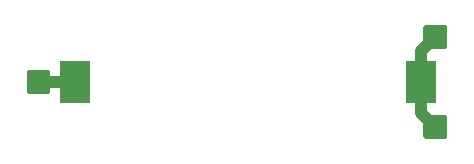
<source format=gtl>
%TF.GenerationSoftware,KiCad,Pcbnew,(5.1.9)-1*%
%TF.CreationDate,2021-07-26T22:25:13+08:00*%
%TF.ProjectId,BR-2slash3A,42522d32-736c-4617-9368-33412e6b6963,rev?*%
%TF.SameCoordinates,Original*%
%TF.FileFunction,Copper,L1,Top*%
%TF.FilePolarity,Positive*%
%FSLAX46Y46*%
G04 Gerber Fmt 4.6, Leading zero omitted, Abs format (unit mm)*
G04 Created by KiCad (PCBNEW (5.1.9)-1) date 2021-07-26 22:25:13*
%MOMM*%
%LPD*%
G01*
G04 APERTURE LIST*
%TA.AperFunction,SMDPad,CuDef*%
%ADD10R,2.600000X3.600000*%
%TD*%
%TA.AperFunction,Conductor*%
%ADD11C,1.000000*%
%TD*%
G04 APERTURE END LIST*
D10*
%TO.P,BT1,1*%
%TO.N,Net-(BT1-Pad1)*%
X151175000Y-85090000D03*
%TO.P,BT1,2*%
%TO.N,Net-(BT1-Pad2)*%
X121875000Y-85090000D03*
%TD*%
%TO.P,H2,1*%
%TO.N,Net-(BT1-Pad1)*%
%TA.AperFunction,ComponentPad*%
G36*
G01*
X151400000Y-89772000D02*
X151400000Y-88028000D01*
G75*
G02*
X151528000Y-87900000I128000J0D01*
G01*
X153272000Y-87900000D01*
G75*
G02*
X153400000Y-88028000I0J-128000D01*
G01*
X153400000Y-89772000D01*
G75*
G02*
X153272000Y-89900000I-128000J0D01*
G01*
X151528000Y-89900000D01*
G75*
G02*
X151400000Y-89772000I0J128000D01*
G01*
G37*
%TD.AperFunction*%
%TD*%
%TO.P,H1,1*%
%TO.N,Net-(BT1-Pad1)*%
%TA.AperFunction,ComponentPad*%
G36*
G01*
X151400000Y-82152000D02*
X151400000Y-80408000D01*
G75*
G02*
X151528000Y-80280000I128000J0D01*
G01*
X153272000Y-80280000D01*
G75*
G02*
X153400000Y-80408000I0J-128000D01*
G01*
X153400000Y-82152000D01*
G75*
G02*
X153272000Y-82280000I-128000J0D01*
G01*
X151528000Y-82280000D01*
G75*
G02*
X151400000Y-82152000I0J128000D01*
G01*
G37*
%TD.AperFunction*%
%TD*%
%TO.P,H3,1*%
%TO.N,Net-(BT1-Pad2)*%
%TA.AperFunction,ComponentPad*%
G36*
G01*
X117800000Y-85962000D02*
X117800000Y-84218000D01*
G75*
G02*
X117928000Y-84090000I128000J0D01*
G01*
X119672000Y-84090000D01*
G75*
G02*
X119800000Y-84218000I0J-128000D01*
G01*
X119800000Y-85962000D01*
G75*
G02*
X119672000Y-86090000I-128000J0D01*
G01*
X117928000Y-86090000D01*
G75*
G02*
X117800000Y-85962000I0J128000D01*
G01*
G37*
%TD.AperFunction*%
%TD*%
D11*
%TO.N,Net-(BT1-Pad1)*%
X151175000Y-87675000D02*
X152400000Y-88900000D01*
X151175000Y-85090000D02*
X151175000Y-87675000D01*
X151175000Y-82505000D02*
X152400000Y-81280000D01*
X151175000Y-85090000D02*
X151175000Y-82505000D01*
%TO.N,Net-(BT1-Pad2)*%
X121875000Y-85090000D02*
X118800000Y-85090000D01*
%TD*%
M02*

</source>
